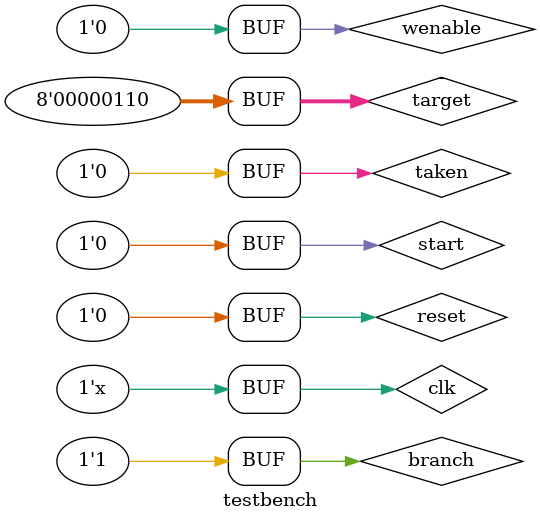
<source format=sv>
module testbench();
// Declare inputs as regs and outputs as wires
reg clk;
reg wenable;
reg reset;
reg start;
reg branch;
reg taken;
reg [7:0]target;
wire [7:0] currentpc;
wire [7:0] newpc;
wire [8:0] instr;
// Initialize all variables
initial begin
clk = 1; // initial value of clock
reset = 0; // initial value of reset
wenable = 0; // initial value of wenable
#10 reset = 1; // use reset to set pc to 0
#10 reset = 0; // end of reset pulse.
#10 // wait a cycle, make sure the PC doesn't change
#10 wenable = 1; start=1;
#10 // wait a cycle, pc should increment to 1
#10 // cycle pc = 2
#10 branch = 1; taken=1; target=7;//pc should go to 7
#10 branch = 0;
#10 //pc should be 9
#10 //pc should be 10
#10 start = 0;
#10 //pc should keep its value
#10 //pc should keep its value
#10 branch = 1; taken=0;
#10 //nothing should change
#10 target = 8'b0000110;
#10 start = 1; //pc should now be set to 11 (branch not taken)
#10 start = 0; //stop pc
#10 reset = 1; //see if reset works when wenable high
#10 reset = 0; wenable = 0;
end
// Clock generator
always begin
#5 clk = ~clk; // Toggle clock every 5 ticks
// this makes the clock cycle 10 ticks
end
// the following creates an instance of our program_counter register.

// I copied this code verbatim from the pc_schematic.v that was
// generated by Quartus when I created the .v file from the .bdf.
program_counter b2v_inst(
.clock(clk),
.wenable_i(wenable),
.reset_i(reset),
.newpc_i(newpc),
.pc_o(currentpc));

next_pc_logic fetch_inst(
.start(start),
.currentpc(currentpc),
.branch(branch),
.target(target),
.taken(taken),
.clk(clk),
.pc_o(newpc));

instruction_rom instr_rom(.clk(clk), .pc_line(newpc), .instr_out(instr));

endmodule
</source>
